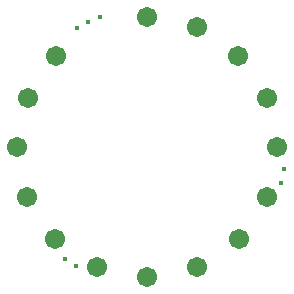
<source format=gts>
G04*
G04 #@! TF.GenerationSoftware,Altium Limited,Altium Designer,19.1.5 (86)*
G04*
G04 Layer_Color=8388736*
%FSAX25Y25*%
%MOIN*%
G70*
G01*
G75*
%ADD10C,0.01784*%
%ADD11C,0.06706*%
D10*
X0198315Y0152520D02*
D03*
X0197252Y0148150D02*
D03*
X0136728Y0203413D02*
D03*
X0132902Y0201760D02*
D03*
X0129051Y0199752D02*
D03*
X0128736Y0120236D02*
D03*
X0125087Y0122598D02*
D03*
D11*
X0122173Y0190315D02*
D03*
X0112685Y0176440D02*
D03*
X0109181Y0159933D02*
D03*
X0112554Y0143386D02*
D03*
X0121780Y0129291D02*
D03*
X0135867Y0119854D02*
D03*
X0152461Y0116693D02*
D03*
X0169067Y0119872D02*
D03*
X0183197Y0129291D02*
D03*
X0192340Y0143416D02*
D03*
X0195768Y0159933D02*
D03*
X0192328Y0176351D02*
D03*
X0182803Y0190315D02*
D03*
X0169021Y0199928D02*
D03*
X0152488Y0203307D02*
D03*
M02*

</source>
